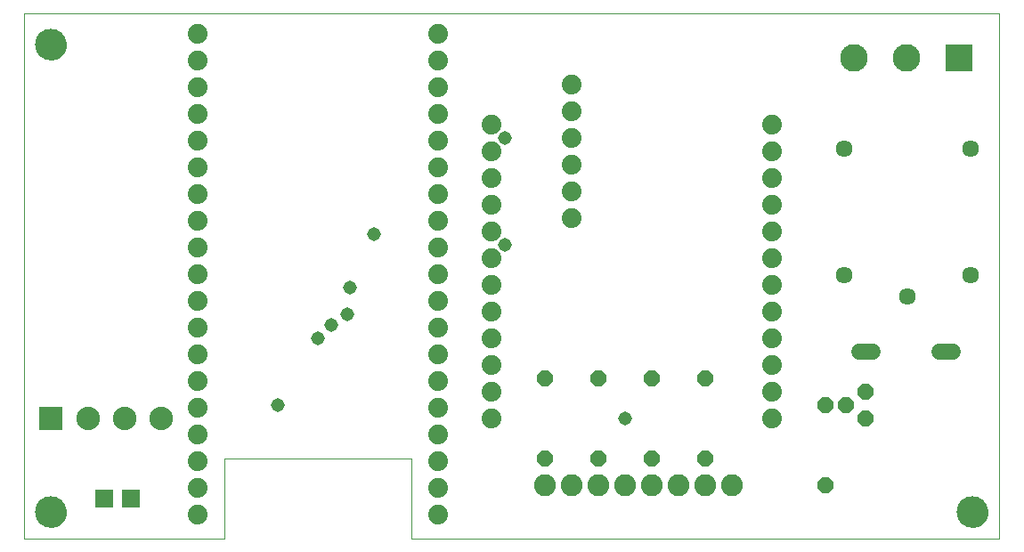
<source format=gbs>
G75*
%MOIN*%
%OFA0B0*%
%FSLAX25Y25*%
%IPPOS*%
%LPD*%
%AMOC8*
5,1,8,0,0,1.08239X$1,22.5*
%
%ADD10C,0.00000*%
%ADD11C,0.11824*%
%ADD12C,0.07400*%
%ADD13OC8,0.06000*%
%ADD14C,0.06343*%
%ADD15R,0.10300X0.10300*%
%ADD16C,0.10300*%
%ADD17C,0.06000*%
%ADD18C,0.08200*%
%ADD19R,0.06800X0.06800*%
%ADD20R,0.08800X0.08800*%
%ADD21C,0.08800*%
%ADD22C,0.05156*%
D10*
X0001500Y0001500D02*
X0076500Y0001500D01*
X0076500Y0031500D01*
X0146500Y0031500D01*
X0146500Y0001500D01*
X0366500Y0001500D01*
X0366500Y0198350D01*
X0001500Y0198350D01*
X0001500Y0001500D01*
X0005988Y0011500D02*
X0005990Y0011648D01*
X0005996Y0011796D01*
X0006006Y0011944D01*
X0006020Y0012091D01*
X0006038Y0012238D01*
X0006059Y0012384D01*
X0006085Y0012530D01*
X0006115Y0012675D01*
X0006148Y0012819D01*
X0006186Y0012962D01*
X0006227Y0013104D01*
X0006272Y0013245D01*
X0006320Y0013385D01*
X0006373Y0013524D01*
X0006429Y0013661D01*
X0006489Y0013796D01*
X0006552Y0013930D01*
X0006619Y0014062D01*
X0006690Y0014192D01*
X0006764Y0014320D01*
X0006841Y0014446D01*
X0006922Y0014570D01*
X0007006Y0014692D01*
X0007093Y0014811D01*
X0007184Y0014928D01*
X0007278Y0015043D01*
X0007374Y0015155D01*
X0007474Y0015265D01*
X0007576Y0015371D01*
X0007682Y0015475D01*
X0007790Y0015576D01*
X0007901Y0015674D01*
X0008014Y0015770D01*
X0008130Y0015862D01*
X0008248Y0015951D01*
X0008369Y0016036D01*
X0008492Y0016119D01*
X0008617Y0016198D01*
X0008744Y0016274D01*
X0008873Y0016346D01*
X0009004Y0016415D01*
X0009137Y0016480D01*
X0009272Y0016541D01*
X0009408Y0016599D01*
X0009545Y0016654D01*
X0009684Y0016704D01*
X0009825Y0016751D01*
X0009966Y0016794D01*
X0010109Y0016834D01*
X0010253Y0016869D01*
X0010397Y0016901D01*
X0010543Y0016928D01*
X0010689Y0016952D01*
X0010836Y0016972D01*
X0010983Y0016988D01*
X0011130Y0017000D01*
X0011278Y0017008D01*
X0011426Y0017012D01*
X0011574Y0017012D01*
X0011722Y0017008D01*
X0011870Y0017000D01*
X0012017Y0016988D01*
X0012164Y0016972D01*
X0012311Y0016952D01*
X0012457Y0016928D01*
X0012603Y0016901D01*
X0012747Y0016869D01*
X0012891Y0016834D01*
X0013034Y0016794D01*
X0013175Y0016751D01*
X0013316Y0016704D01*
X0013455Y0016654D01*
X0013592Y0016599D01*
X0013728Y0016541D01*
X0013863Y0016480D01*
X0013996Y0016415D01*
X0014127Y0016346D01*
X0014256Y0016274D01*
X0014383Y0016198D01*
X0014508Y0016119D01*
X0014631Y0016036D01*
X0014752Y0015951D01*
X0014870Y0015862D01*
X0014986Y0015770D01*
X0015099Y0015674D01*
X0015210Y0015576D01*
X0015318Y0015475D01*
X0015424Y0015371D01*
X0015526Y0015265D01*
X0015626Y0015155D01*
X0015722Y0015043D01*
X0015816Y0014928D01*
X0015907Y0014811D01*
X0015994Y0014692D01*
X0016078Y0014570D01*
X0016159Y0014446D01*
X0016236Y0014320D01*
X0016310Y0014192D01*
X0016381Y0014062D01*
X0016448Y0013930D01*
X0016511Y0013796D01*
X0016571Y0013661D01*
X0016627Y0013524D01*
X0016680Y0013385D01*
X0016728Y0013245D01*
X0016773Y0013104D01*
X0016814Y0012962D01*
X0016852Y0012819D01*
X0016885Y0012675D01*
X0016915Y0012530D01*
X0016941Y0012384D01*
X0016962Y0012238D01*
X0016980Y0012091D01*
X0016994Y0011944D01*
X0017004Y0011796D01*
X0017010Y0011648D01*
X0017012Y0011500D01*
X0017010Y0011352D01*
X0017004Y0011204D01*
X0016994Y0011056D01*
X0016980Y0010909D01*
X0016962Y0010762D01*
X0016941Y0010616D01*
X0016915Y0010470D01*
X0016885Y0010325D01*
X0016852Y0010181D01*
X0016814Y0010038D01*
X0016773Y0009896D01*
X0016728Y0009755D01*
X0016680Y0009615D01*
X0016627Y0009476D01*
X0016571Y0009339D01*
X0016511Y0009204D01*
X0016448Y0009070D01*
X0016381Y0008938D01*
X0016310Y0008808D01*
X0016236Y0008680D01*
X0016159Y0008554D01*
X0016078Y0008430D01*
X0015994Y0008308D01*
X0015907Y0008189D01*
X0015816Y0008072D01*
X0015722Y0007957D01*
X0015626Y0007845D01*
X0015526Y0007735D01*
X0015424Y0007629D01*
X0015318Y0007525D01*
X0015210Y0007424D01*
X0015099Y0007326D01*
X0014986Y0007230D01*
X0014870Y0007138D01*
X0014752Y0007049D01*
X0014631Y0006964D01*
X0014508Y0006881D01*
X0014383Y0006802D01*
X0014256Y0006726D01*
X0014127Y0006654D01*
X0013996Y0006585D01*
X0013863Y0006520D01*
X0013728Y0006459D01*
X0013592Y0006401D01*
X0013455Y0006346D01*
X0013316Y0006296D01*
X0013175Y0006249D01*
X0013034Y0006206D01*
X0012891Y0006166D01*
X0012747Y0006131D01*
X0012603Y0006099D01*
X0012457Y0006072D01*
X0012311Y0006048D01*
X0012164Y0006028D01*
X0012017Y0006012D01*
X0011870Y0006000D01*
X0011722Y0005992D01*
X0011574Y0005988D01*
X0011426Y0005988D01*
X0011278Y0005992D01*
X0011130Y0006000D01*
X0010983Y0006012D01*
X0010836Y0006028D01*
X0010689Y0006048D01*
X0010543Y0006072D01*
X0010397Y0006099D01*
X0010253Y0006131D01*
X0010109Y0006166D01*
X0009966Y0006206D01*
X0009825Y0006249D01*
X0009684Y0006296D01*
X0009545Y0006346D01*
X0009408Y0006401D01*
X0009272Y0006459D01*
X0009137Y0006520D01*
X0009004Y0006585D01*
X0008873Y0006654D01*
X0008744Y0006726D01*
X0008617Y0006802D01*
X0008492Y0006881D01*
X0008369Y0006964D01*
X0008248Y0007049D01*
X0008130Y0007138D01*
X0008014Y0007230D01*
X0007901Y0007326D01*
X0007790Y0007424D01*
X0007682Y0007525D01*
X0007576Y0007629D01*
X0007474Y0007735D01*
X0007374Y0007845D01*
X0007278Y0007957D01*
X0007184Y0008072D01*
X0007093Y0008189D01*
X0007006Y0008308D01*
X0006922Y0008430D01*
X0006841Y0008554D01*
X0006764Y0008680D01*
X0006690Y0008808D01*
X0006619Y0008938D01*
X0006552Y0009070D01*
X0006489Y0009204D01*
X0006429Y0009339D01*
X0006373Y0009476D01*
X0006320Y0009615D01*
X0006272Y0009755D01*
X0006227Y0009896D01*
X0006186Y0010038D01*
X0006148Y0010181D01*
X0006115Y0010325D01*
X0006085Y0010470D01*
X0006059Y0010616D01*
X0006038Y0010762D01*
X0006020Y0010909D01*
X0006006Y0011056D01*
X0005996Y0011204D01*
X0005990Y0011352D01*
X0005988Y0011500D01*
X0005988Y0186500D02*
X0005990Y0186648D01*
X0005996Y0186796D01*
X0006006Y0186944D01*
X0006020Y0187091D01*
X0006038Y0187238D01*
X0006059Y0187384D01*
X0006085Y0187530D01*
X0006115Y0187675D01*
X0006148Y0187819D01*
X0006186Y0187962D01*
X0006227Y0188104D01*
X0006272Y0188245D01*
X0006320Y0188385D01*
X0006373Y0188524D01*
X0006429Y0188661D01*
X0006489Y0188796D01*
X0006552Y0188930D01*
X0006619Y0189062D01*
X0006690Y0189192D01*
X0006764Y0189320D01*
X0006841Y0189446D01*
X0006922Y0189570D01*
X0007006Y0189692D01*
X0007093Y0189811D01*
X0007184Y0189928D01*
X0007278Y0190043D01*
X0007374Y0190155D01*
X0007474Y0190265D01*
X0007576Y0190371D01*
X0007682Y0190475D01*
X0007790Y0190576D01*
X0007901Y0190674D01*
X0008014Y0190770D01*
X0008130Y0190862D01*
X0008248Y0190951D01*
X0008369Y0191036D01*
X0008492Y0191119D01*
X0008617Y0191198D01*
X0008744Y0191274D01*
X0008873Y0191346D01*
X0009004Y0191415D01*
X0009137Y0191480D01*
X0009272Y0191541D01*
X0009408Y0191599D01*
X0009545Y0191654D01*
X0009684Y0191704D01*
X0009825Y0191751D01*
X0009966Y0191794D01*
X0010109Y0191834D01*
X0010253Y0191869D01*
X0010397Y0191901D01*
X0010543Y0191928D01*
X0010689Y0191952D01*
X0010836Y0191972D01*
X0010983Y0191988D01*
X0011130Y0192000D01*
X0011278Y0192008D01*
X0011426Y0192012D01*
X0011574Y0192012D01*
X0011722Y0192008D01*
X0011870Y0192000D01*
X0012017Y0191988D01*
X0012164Y0191972D01*
X0012311Y0191952D01*
X0012457Y0191928D01*
X0012603Y0191901D01*
X0012747Y0191869D01*
X0012891Y0191834D01*
X0013034Y0191794D01*
X0013175Y0191751D01*
X0013316Y0191704D01*
X0013455Y0191654D01*
X0013592Y0191599D01*
X0013728Y0191541D01*
X0013863Y0191480D01*
X0013996Y0191415D01*
X0014127Y0191346D01*
X0014256Y0191274D01*
X0014383Y0191198D01*
X0014508Y0191119D01*
X0014631Y0191036D01*
X0014752Y0190951D01*
X0014870Y0190862D01*
X0014986Y0190770D01*
X0015099Y0190674D01*
X0015210Y0190576D01*
X0015318Y0190475D01*
X0015424Y0190371D01*
X0015526Y0190265D01*
X0015626Y0190155D01*
X0015722Y0190043D01*
X0015816Y0189928D01*
X0015907Y0189811D01*
X0015994Y0189692D01*
X0016078Y0189570D01*
X0016159Y0189446D01*
X0016236Y0189320D01*
X0016310Y0189192D01*
X0016381Y0189062D01*
X0016448Y0188930D01*
X0016511Y0188796D01*
X0016571Y0188661D01*
X0016627Y0188524D01*
X0016680Y0188385D01*
X0016728Y0188245D01*
X0016773Y0188104D01*
X0016814Y0187962D01*
X0016852Y0187819D01*
X0016885Y0187675D01*
X0016915Y0187530D01*
X0016941Y0187384D01*
X0016962Y0187238D01*
X0016980Y0187091D01*
X0016994Y0186944D01*
X0017004Y0186796D01*
X0017010Y0186648D01*
X0017012Y0186500D01*
X0017010Y0186352D01*
X0017004Y0186204D01*
X0016994Y0186056D01*
X0016980Y0185909D01*
X0016962Y0185762D01*
X0016941Y0185616D01*
X0016915Y0185470D01*
X0016885Y0185325D01*
X0016852Y0185181D01*
X0016814Y0185038D01*
X0016773Y0184896D01*
X0016728Y0184755D01*
X0016680Y0184615D01*
X0016627Y0184476D01*
X0016571Y0184339D01*
X0016511Y0184204D01*
X0016448Y0184070D01*
X0016381Y0183938D01*
X0016310Y0183808D01*
X0016236Y0183680D01*
X0016159Y0183554D01*
X0016078Y0183430D01*
X0015994Y0183308D01*
X0015907Y0183189D01*
X0015816Y0183072D01*
X0015722Y0182957D01*
X0015626Y0182845D01*
X0015526Y0182735D01*
X0015424Y0182629D01*
X0015318Y0182525D01*
X0015210Y0182424D01*
X0015099Y0182326D01*
X0014986Y0182230D01*
X0014870Y0182138D01*
X0014752Y0182049D01*
X0014631Y0181964D01*
X0014508Y0181881D01*
X0014383Y0181802D01*
X0014256Y0181726D01*
X0014127Y0181654D01*
X0013996Y0181585D01*
X0013863Y0181520D01*
X0013728Y0181459D01*
X0013592Y0181401D01*
X0013455Y0181346D01*
X0013316Y0181296D01*
X0013175Y0181249D01*
X0013034Y0181206D01*
X0012891Y0181166D01*
X0012747Y0181131D01*
X0012603Y0181099D01*
X0012457Y0181072D01*
X0012311Y0181048D01*
X0012164Y0181028D01*
X0012017Y0181012D01*
X0011870Y0181000D01*
X0011722Y0180992D01*
X0011574Y0180988D01*
X0011426Y0180988D01*
X0011278Y0180992D01*
X0011130Y0181000D01*
X0010983Y0181012D01*
X0010836Y0181028D01*
X0010689Y0181048D01*
X0010543Y0181072D01*
X0010397Y0181099D01*
X0010253Y0181131D01*
X0010109Y0181166D01*
X0009966Y0181206D01*
X0009825Y0181249D01*
X0009684Y0181296D01*
X0009545Y0181346D01*
X0009408Y0181401D01*
X0009272Y0181459D01*
X0009137Y0181520D01*
X0009004Y0181585D01*
X0008873Y0181654D01*
X0008744Y0181726D01*
X0008617Y0181802D01*
X0008492Y0181881D01*
X0008369Y0181964D01*
X0008248Y0182049D01*
X0008130Y0182138D01*
X0008014Y0182230D01*
X0007901Y0182326D01*
X0007790Y0182424D01*
X0007682Y0182525D01*
X0007576Y0182629D01*
X0007474Y0182735D01*
X0007374Y0182845D01*
X0007278Y0182957D01*
X0007184Y0183072D01*
X0007093Y0183189D01*
X0007006Y0183308D01*
X0006922Y0183430D01*
X0006841Y0183554D01*
X0006764Y0183680D01*
X0006690Y0183808D01*
X0006619Y0183938D01*
X0006552Y0184070D01*
X0006489Y0184204D01*
X0006429Y0184339D01*
X0006373Y0184476D01*
X0006320Y0184615D01*
X0006272Y0184755D01*
X0006227Y0184896D01*
X0006186Y0185038D01*
X0006148Y0185181D01*
X0006115Y0185325D01*
X0006085Y0185470D01*
X0006059Y0185616D01*
X0006038Y0185762D01*
X0006020Y0185909D01*
X0006006Y0186056D01*
X0005996Y0186204D01*
X0005990Y0186352D01*
X0005988Y0186500D01*
X0350988Y0011500D02*
X0350990Y0011648D01*
X0350996Y0011796D01*
X0351006Y0011944D01*
X0351020Y0012091D01*
X0351038Y0012238D01*
X0351059Y0012384D01*
X0351085Y0012530D01*
X0351115Y0012675D01*
X0351148Y0012819D01*
X0351186Y0012962D01*
X0351227Y0013104D01*
X0351272Y0013245D01*
X0351320Y0013385D01*
X0351373Y0013524D01*
X0351429Y0013661D01*
X0351489Y0013796D01*
X0351552Y0013930D01*
X0351619Y0014062D01*
X0351690Y0014192D01*
X0351764Y0014320D01*
X0351841Y0014446D01*
X0351922Y0014570D01*
X0352006Y0014692D01*
X0352093Y0014811D01*
X0352184Y0014928D01*
X0352278Y0015043D01*
X0352374Y0015155D01*
X0352474Y0015265D01*
X0352576Y0015371D01*
X0352682Y0015475D01*
X0352790Y0015576D01*
X0352901Y0015674D01*
X0353014Y0015770D01*
X0353130Y0015862D01*
X0353248Y0015951D01*
X0353369Y0016036D01*
X0353492Y0016119D01*
X0353617Y0016198D01*
X0353744Y0016274D01*
X0353873Y0016346D01*
X0354004Y0016415D01*
X0354137Y0016480D01*
X0354272Y0016541D01*
X0354408Y0016599D01*
X0354545Y0016654D01*
X0354684Y0016704D01*
X0354825Y0016751D01*
X0354966Y0016794D01*
X0355109Y0016834D01*
X0355253Y0016869D01*
X0355397Y0016901D01*
X0355543Y0016928D01*
X0355689Y0016952D01*
X0355836Y0016972D01*
X0355983Y0016988D01*
X0356130Y0017000D01*
X0356278Y0017008D01*
X0356426Y0017012D01*
X0356574Y0017012D01*
X0356722Y0017008D01*
X0356870Y0017000D01*
X0357017Y0016988D01*
X0357164Y0016972D01*
X0357311Y0016952D01*
X0357457Y0016928D01*
X0357603Y0016901D01*
X0357747Y0016869D01*
X0357891Y0016834D01*
X0358034Y0016794D01*
X0358175Y0016751D01*
X0358316Y0016704D01*
X0358455Y0016654D01*
X0358592Y0016599D01*
X0358728Y0016541D01*
X0358863Y0016480D01*
X0358996Y0016415D01*
X0359127Y0016346D01*
X0359256Y0016274D01*
X0359383Y0016198D01*
X0359508Y0016119D01*
X0359631Y0016036D01*
X0359752Y0015951D01*
X0359870Y0015862D01*
X0359986Y0015770D01*
X0360099Y0015674D01*
X0360210Y0015576D01*
X0360318Y0015475D01*
X0360424Y0015371D01*
X0360526Y0015265D01*
X0360626Y0015155D01*
X0360722Y0015043D01*
X0360816Y0014928D01*
X0360907Y0014811D01*
X0360994Y0014692D01*
X0361078Y0014570D01*
X0361159Y0014446D01*
X0361236Y0014320D01*
X0361310Y0014192D01*
X0361381Y0014062D01*
X0361448Y0013930D01*
X0361511Y0013796D01*
X0361571Y0013661D01*
X0361627Y0013524D01*
X0361680Y0013385D01*
X0361728Y0013245D01*
X0361773Y0013104D01*
X0361814Y0012962D01*
X0361852Y0012819D01*
X0361885Y0012675D01*
X0361915Y0012530D01*
X0361941Y0012384D01*
X0361962Y0012238D01*
X0361980Y0012091D01*
X0361994Y0011944D01*
X0362004Y0011796D01*
X0362010Y0011648D01*
X0362012Y0011500D01*
X0362010Y0011352D01*
X0362004Y0011204D01*
X0361994Y0011056D01*
X0361980Y0010909D01*
X0361962Y0010762D01*
X0361941Y0010616D01*
X0361915Y0010470D01*
X0361885Y0010325D01*
X0361852Y0010181D01*
X0361814Y0010038D01*
X0361773Y0009896D01*
X0361728Y0009755D01*
X0361680Y0009615D01*
X0361627Y0009476D01*
X0361571Y0009339D01*
X0361511Y0009204D01*
X0361448Y0009070D01*
X0361381Y0008938D01*
X0361310Y0008808D01*
X0361236Y0008680D01*
X0361159Y0008554D01*
X0361078Y0008430D01*
X0360994Y0008308D01*
X0360907Y0008189D01*
X0360816Y0008072D01*
X0360722Y0007957D01*
X0360626Y0007845D01*
X0360526Y0007735D01*
X0360424Y0007629D01*
X0360318Y0007525D01*
X0360210Y0007424D01*
X0360099Y0007326D01*
X0359986Y0007230D01*
X0359870Y0007138D01*
X0359752Y0007049D01*
X0359631Y0006964D01*
X0359508Y0006881D01*
X0359383Y0006802D01*
X0359256Y0006726D01*
X0359127Y0006654D01*
X0358996Y0006585D01*
X0358863Y0006520D01*
X0358728Y0006459D01*
X0358592Y0006401D01*
X0358455Y0006346D01*
X0358316Y0006296D01*
X0358175Y0006249D01*
X0358034Y0006206D01*
X0357891Y0006166D01*
X0357747Y0006131D01*
X0357603Y0006099D01*
X0357457Y0006072D01*
X0357311Y0006048D01*
X0357164Y0006028D01*
X0357017Y0006012D01*
X0356870Y0006000D01*
X0356722Y0005992D01*
X0356574Y0005988D01*
X0356426Y0005988D01*
X0356278Y0005992D01*
X0356130Y0006000D01*
X0355983Y0006012D01*
X0355836Y0006028D01*
X0355689Y0006048D01*
X0355543Y0006072D01*
X0355397Y0006099D01*
X0355253Y0006131D01*
X0355109Y0006166D01*
X0354966Y0006206D01*
X0354825Y0006249D01*
X0354684Y0006296D01*
X0354545Y0006346D01*
X0354408Y0006401D01*
X0354272Y0006459D01*
X0354137Y0006520D01*
X0354004Y0006585D01*
X0353873Y0006654D01*
X0353744Y0006726D01*
X0353617Y0006802D01*
X0353492Y0006881D01*
X0353369Y0006964D01*
X0353248Y0007049D01*
X0353130Y0007138D01*
X0353014Y0007230D01*
X0352901Y0007326D01*
X0352790Y0007424D01*
X0352682Y0007525D01*
X0352576Y0007629D01*
X0352474Y0007735D01*
X0352374Y0007845D01*
X0352278Y0007957D01*
X0352184Y0008072D01*
X0352093Y0008189D01*
X0352006Y0008308D01*
X0351922Y0008430D01*
X0351841Y0008554D01*
X0351764Y0008680D01*
X0351690Y0008808D01*
X0351619Y0008938D01*
X0351552Y0009070D01*
X0351489Y0009204D01*
X0351429Y0009339D01*
X0351373Y0009476D01*
X0351320Y0009615D01*
X0351272Y0009755D01*
X0351227Y0009896D01*
X0351186Y0010038D01*
X0351148Y0010181D01*
X0351115Y0010325D01*
X0351085Y0010470D01*
X0351059Y0010616D01*
X0351038Y0010762D01*
X0351020Y0010909D01*
X0351006Y0011056D01*
X0350996Y0011204D01*
X0350990Y0011352D01*
X0350988Y0011500D01*
D11*
X0356500Y0011500D03*
X0011500Y0011500D03*
X0011500Y0186500D03*
D12*
X0066500Y0190500D03*
X0066500Y0180500D03*
X0066500Y0170500D03*
X0066500Y0160500D03*
X0066500Y0150500D03*
X0066500Y0140500D03*
X0066500Y0130500D03*
X0066500Y0120500D03*
X0066500Y0110500D03*
X0066500Y0100500D03*
X0066500Y0090500D03*
X0066500Y0080500D03*
X0066500Y0070500D03*
X0066500Y0060500D03*
X0066500Y0050500D03*
X0066500Y0040500D03*
X0066500Y0030500D03*
X0066500Y0020500D03*
X0066500Y0010500D03*
X0156500Y0010500D03*
X0156500Y0020500D03*
X0156500Y0030500D03*
X0156500Y0040500D03*
X0156500Y0050500D03*
X0156500Y0060500D03*
X0156500Y0070500D03*
X0156500Y0080500D03*
X0156500Y0090500D03*
X0156500Y0100500D03*
X0156500Y0110500D03*
X0156500Y0120500D03*
X0156500Y0130500D03*
X0156500Y0140500D03*
X0156500Y0150500D03*
X0156500Y0160500D03*
X0156500Y0170500D03*
X0156500Y0180500D03*
X0156500Y0190500D03*
X0206500Y0171500D03*
X0206500Y0161500D03*
X0206500Y0151500D03*
X0206500Y0141500D03*
X0206500Y0131500D03*
X0206500Y0121500D03*
X0176500Y0116500D03*
X0176500Y0106500D03*
X0176500Y0096500D03*
X0176500Y0086500D03*
X0176500Y0076500D03*
X0176500Y0066500D03*
X0176500Y0056500D03*
X0176500Y0046500D03*
X0281500Y0046500D03*
X0281500Y0056500D03*
X0281500Y0066500D03*
X0281500Y0076500D03*
X0281500Y0086500D03*
X0281500Y0096500D03*
X0281500Y0106500D03*
X0281500Y0116500D03*
X0281500Y0126500D03*
X0281500Y0136500D03*
X0281500Y0146500D03*
X0281500Y0156500D03*
X0176500Y0156500D03*
X0176500Y0146500D03*
X0176500Y0136500D03*
X0176500Y0126500D03*
D13*
X0196500Y0061500D03*
X0216500Y0061500D03*
X0236500Y0061500D03*
X0256500Y0061500D03*
X0301500Y0051500D03*
X0309000Y0051500D03*
X0316500Y0046500D03*
X0316500Y0056500D03*
X0256500Y0031500D03*
X0236500Y0031500D03*
X0216500Y0031500D03*
X0196500Y0031500D03*
X0301500Y0021500D03*
D14*
X0331972Y0092406D03*
X0308350Y0100280D03*
X0355594Y0100280D03*
X0355594Y0147524D03*
X0308350Y0147524D03*
D15*
X0351500Y0181500D03*
D16*
X0331815Y0181500D03*
X0312130Y0181500D03*
D17*
X0313900Y0071500D02*
X0319100Y0071500D01*
X0343900Y0071500D02*
X0349100Y0071500D01*
D18*
X0266500Y0021500D03*
X0256500Y0021500D03*
X0246500Y0021500D03*
X0236500Y0021500D03*
X0226500Y0021500D03*
X0216500Y0021500D03*
X0206500Y0021500D03*
X0196500Y0021500D03*
D19*
X0041500Y0016500D03*
X0031500Y0016500D03*
D20*
X0011500Y0046500D03*
D21*
X0025280Y0046500D03*
X0039059Y0046500D03*
X0052839Y0046500D03*
D22*
X0096500Y0051500D03*
X0111500Y0076500D03*
X0116500Y0081500D03*
X0122500Y0085500D03*
X0123500Y0095500D03*
X0132500Y0115500D03*
X0181500Y0111500D03*
X0181500Y0151500D03*
X0226500Y0046500D03*
M02*

</source>
